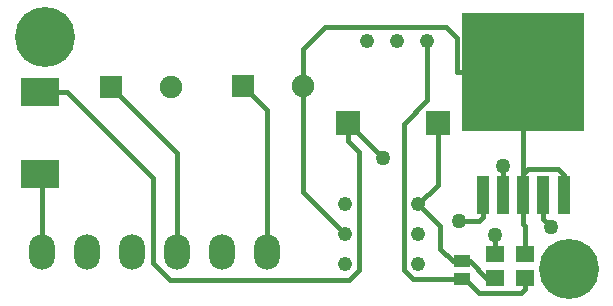
<source format=gtl>
G04*
G04 #@! TF.GenerationSoftware,Altium Limited,Altium Designer,22.3.1 (43)*
G04*
G04 Layer_Physical_Order=1*
G04 Layer_Color=255*
%FSLAX25Y25*%
%MOIN*%
G70*
G04*
G04 #@! TF.SameCoordinates,E78762D2-B51B-4B12-9D3C-234BF7CF4557*
G04*
G04*
G04 #@! TF.FilePolarity,Positive*
G04*
G01*
G75*
%ADD12C,0.01500*%
%ADD15R,0.12992X0.09449*%
%ADD16R,0.07874X0.07874*%
%ADD17R,0.05512X0.04331*%
%ADD18R,0.05906X0.05512*%
%ADD19R,0.04134X0.12598*%
%ADD20R,0.41142X0.39370*%
%ADD33C,0.20000*%
%ADD34O,0.08661X0.11811*%
%ADD35R,0.07480X0.07480*%
%ADD36C,0.07480*%
%ADD37C,0.04882*%
%ADD38C,0.05000*%
D12*
X10500Y16500D02*
Y42500D01*
X142500Y39000D02*
Y59500D01*
X136000Y32500D02*
X142500Y39000D01*
X136000Y32500D02*
X143300Y25200D01*
Y17700D02*
Y25200D01*
Y17700D02*
X147500Y13500D01*
X150500D01*
X97500Y72000D02*
Y84200D01*
X105000Y91700D01*
X145300D01*
X149000Y88000D01*
Y76500D02*
Y88000D01*
Y76500D02*
X171000D01*
X97500Y36500D02*
Y72000D01*
Y36500D02*
X111500Y22500D01*
X10000Y42500D02*
X10500D01*
X177693Y27607D02*
Y35500D01*
Y27607D02*
X180300Y25000D01*
X85500Y16500D02*
Y64000D01*
X77500Y72000D02*
X85500Y64000D01*
X55500Y16500D02*
Y49500D01*
X33500Y71500D02*
X55500Y49500D01*
X112500Y53700D02*
Y59500D01*
Y53700D02*
X116200Y50000D01*
Y10500D02*
Y50000D01*
X112900Y7200D02*
X116200Y10500D01*
X53300Y7200D02*
X112900D01*
X47500Y13000D02*
X53300Y7200D01*
X47500Y13000D02*
Y41112D01*
X18750Y69862D02*
X47500Y41112D01*
X10000Y69862D02*
X18750D01*
X164307Y35500D02*
Y45400D01*
X112500Y59500D02*
X124100Y47900D01*
X139000Y67100D02*
Y87000D01*
X131300Y59400D02*
X139000Y67100D01*
X131300Y10500D02*
Y59400D01*
Y10500D02*
X134206Y7594D01*
X150500D01*
X161500Y15937D02*
Y22200D01*
X157614Y28164D02*
Y35500D01*
X156250Y26800D02*
X157614Y28164D01*
X149700Y26800D02*
X156250D01*
X150500Y7594D02*
X151706D01*
X156300Y3000D01*
X170250D01*
X171500Y4250D01*
Y8000D01*
X171000Y35500D02*
Y42600D01*
X172500Y44100D01*
X182500D01*
X184386Y42214D01*
Y35500D02*
Y42214D01*
X158637Y8063D02*
X161500D01*
X153200Y13500D02*
X158637Y8063D01*
X150500Y13500D02*
X153200D01*
X171000Y42600D02*
Y76500D01*
Y25900D02*
Y35500D01*
Y25900D02*
X171500Y25400D01*
Y15874D02*
Y25400D01*
D15*
X10000Y42500D02*
D03*
Y69862D02*
D03*
D16*
X142500Y59500D02*
D03*
X112500D02*
D03*
D17*
X150500Y13500D02*
D03*
Y7594D02*
D03*
D18*
X161500Y15937D02*
D03*
Y8063D02*
D03*
X171500Y15874D02*
D03*
Y8000D02*
D03*
D19*
X157614Y35500D02*
D03*
X164307D02*
D03*
X171000D02*
D03*
X177693D02*
D03*
X184386D02*
D03*
D20*
X171000Y76500D02*
D03*
D33*
X186220Y11000D02*
D03*
X11417Y88189D02*
D03*
D34*
X10500Y16500D02*
D03*
X40500D02*
D03*
X70500D02*
D03*
X85500D02*
D03*
X55500D02*
D03*
X25500D02*
D03*
D35*
X33500Y71500D02*
D03*
X77500Y72000D02*
D03*
D36*
X53500Y71500D02*
D03*
X97500Y72000D02*
D03*
D37*
X119000Y87000D02*
D03*
X129000D02*
D03*
X139000D02*
D03*
X111500Y32500D02*
D03*
Y22500D02*
D03*
Y12500D02*
D03*
X136000Y32500D02*
D03*
Y22500D02*
D03*
Y12500D02*
D03*
D38*
X180300Y25000D02*
D03*
X164307Y45400D02*
D03*
X124100Y47900D02*
D03*
X161500Y22200D02*
D03*
X149700Y26800D02*
D03*
M02*

</source>
